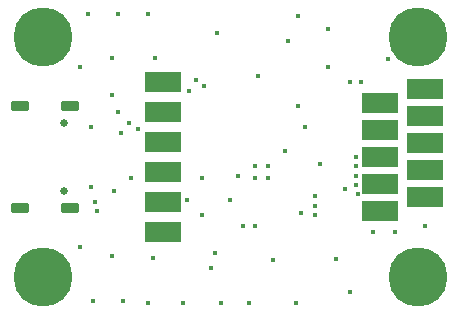
<source format=gbs>
G04*
G04  File:            QL_PICOVGA_V2.GBS, Sun Mar 30 12:24:59 2025*
G04  Format:          Gerber Format (RS-274-D), ASCII*
G04*
G04  Format Options:  Absolute Positioning*
G04                   Leading-Zero Suppression*
G04                   Scale Factor 1:1*
G04                   NO Circular Interpolation*
G04                   Inch Units*
G04                   Numeric Format: 4.4 (XXXX.XXXX)*
G04                   G54 NOT Used for Aperture Change*
G04                   Apertures Embedded*
G04*
G04  File Options:    Offset = (0.0mil,0.0mil)*
G04                   Drill Symbol Size = 80.0mil*
G04                   No Pad/Via Holes*
G04*
G04  File Contents:   Pads*
G04                   Vias*
G04                   No Designators*
G04                   No Types*
G04                   No Values*
G04                   No Drill Symbols*
G04                   Bot Mask*
G04*
%INQL_PICOVGA_V2.GBS*%
%ICAS*%
%MOIN*%
G04*
G04  Aperture MACROs for general use --- invoked via D-code assignment *
G04*
G04  General MACRO for flashed round with rotation and/or offset hole *
%AMROTOFFROUND*
1,1,$1,0.0000,0.0000*
1,0,$2,$3,$4*%
G04*
G04  General MACRO for flashed oval (obround) with rotation and/or offset hole *
%AMROTOFFOVAL*
21,1,$1,$2,0.0000,0.0000,$3*
1,1,$4,$5,$6*
1,1,$4,0-$5,0-$6*
1,0,$7,$8,$9*%
G04*
G04  General MACRO for flashed oval (obround) with rotation and no hole *
%AMROTOVALNOHOLE*
21,1,$1,$2,0.0000,0.0000,$3*
1,1,$4,$5,$6*
1,1,$4,0-$5,0-$6*%
G04*
G04  General MACRO for flashed rectangle with rotation and/or offset hole *
%AMROTOFFRECT*
21,1,$1,$2,0.0000,0.0000,$3*
1,0,$4,$5,$6*%
G04*
G04  General MACRO for flashed rectangle with rotation and no hole *
%AMROTRECTNOHOLE*
21,1,$1,$2,0.0000,0.0000,$3*%
G04*
G04  General MACRO for flashed rounded-rectangle *
%AMROUNDRECT*
21,1,$1,$2-$4,0.0000,0.0000,$3*
21,1,$1-$4,$2,0.0000,0.0000,$3*
1,1,$4,$5,$6*
1,1,$4,$7,$8*
1,1,$4,0-$5,0-$6*
1,1,$4,0-$7,0-$8*
1,0,$9,$10,$11*%
G04*
G04  General MACRO for flashed rounded-rectangle with rotation and no hole *
%AMROUNDRECTNOHOLE*
21,1,$1,$2-$4,0.0000,0.0000,$3*
21,1,$1-$4,$2,0.0000,0.0000,$3*
1,1,$4,$5,$6*
1,1,$4,$7,$8*
1,1,$4,0-$5,0-$6*
1,1,$4,0-$7,0-$8*%
G04*
G04  General MACRO for flashed regular polygon *
%AMREGPOLY*
5,1,$1,0.0000,0.0000,$2,$3+$4*
1,0,$5,$6,$7*%
G04*
G04  General MACRO for flashed regular polygon with no hole *
%AMREGPOLYNOHOLE*
5,1,$1,0.0000,0.0000,$2,$3+$4*%
G04*
G04  General MACRO for target *
%AMTARGET*
6,0,0,$1,$2,$3,4,$4,$5,$6*%
G04*
G04  General MACRO for mounting hole *
%AMMTHOLE*
1,1,$1,0,0*
1,0,$2,0,0*
$1=$1-$2*
$1=$1/2*
21,1,$2+$1,$3,0,0,$4*
21,1,$3,$2+$1,0,0,$4*%
G04*
G04*
G04  D10 : "Ellipse X4.0mil Y4.0mil H0.0mil 0.0deg (0.0mil,0.0mil) Draw"*
G04  Disc: OuterDia=0.0040*
%ADD10C, 0.0040*%
G04  D11 : "Ellipse X10.0mil Y10.0mil H0.0mil 0.0deg (0.0mil,0.0mil) Draw"*
G04  Disc: OuterDia=0.0100*
%ADD11C, 0.0100*%
G04  D12 : "Ellipse X11.0mil Y11.0mil H0.0mil 0.0deg (0.0mil,0.0mil) Draw"*
G04  Disc: OuterDia=0.0110*
%ADD12C, 0.0110*%
G04  D13 : "Ellipse X12.0mil Y12.0mil H0.0mil 0.0deg (0.0mil,0.0mil) Draw"*
G04  Disc: OuterDia=0.0120*
%ADD13C, 0.0120*%
G04  D14 : "Ellipse X14.0mil Y14.0mil H0.0mil 0.0deg (0.0mil,0.0mil) Draw"*
G04  Disc: OuterDia=0.0140*
%ADD14C, 0.0140*%
G04  D15 : "Ellipse X15.0mil Y15.0mil H0.0mil 0.0deg (0.0mil,0.0mil) Draw"*
G04  Disc: OuterDia=0.0150*
%ADD15C, 0.0150*%
G04  D16 : "Ellipse X16.0mil Y16.0mil H0.0mil 0.0deg (0.0mil,0.0mil) Draw"*
G04  Disc: OuterDia=0.0160*
%ADD16C, 0.0160*%
G04  D17 : "Ellipse X2.0mil Y2.0mil H0.0mil 0.0deg (0.0mil,0.0mil) Draw"*
G04  Disc: OuterDia=0.0020*
%ADD17C, 0.0020*%
G04  D18 : "Ellipse X2.0mil Y2.0mil H0.0mil 0.0deg (0.0mil,0.0mil) Draw"*
G04  Disc: OuterDia=0.0020*
%ADD18C, 0.0020*%
G04  D19 : "Ellipse X20.0mil Y20.0mil H0.0mil 0.0deg (0.0mil,0.0mil) Draw"*
G04  Disc: OuterDia=0.0200*
%ADD19C, 0.0200*%
G04  D20 : "Ellipse X32.0mil Y32.0mil H0.0mil 0.0deg (0.0mil,0.0mil) Draw"*
G04  Disc: OuterDia=0.0320*
%ADD20C, 0.0320*%
G04  D21 : "Ellipse X6.0mil Y6.0mil H0.0mil 0.0deg (0.0mil,0.0mil) Draw"*
G04  Disc: OuterDia=0.0060*
%ADD21C, 0.0060*%
G04  D22 : "Ellipse X8.0mil Y8.0mil H0.0mil 0.0deg (0.0mil,0.0mil) Draw"*
G04  Disc: OuterDia=0.0080*
%ADD22C, 0.0080*%
G04  D23 : "Ellipse X196.9mil Y196.9mil H0.0mil 0.0deg (0.0mil,0.0mil) Flash"*
G04  Disc: OuterDia=0.1969*
%ADD23C, 0.1969*%
G04  D24 : "Ellipse X25.6mil Y25.6mil H0.0mil 0.0deg (0.0mil,0.0mil) Flash"*
G04  Disc: OuterDia=0.0256*
%ADD24C, 0.0256*%
G04  D25 : "Ellipse X30.0mil Y30.0mil H0.0mil 0.0deg (0.0mil,0.0mil) Flash"*
G04  Disc: OuterDia=0.0300*
%ADD25C, 0.0300*%
G04  D26 : "Mounting Hole X196.9mil Y196.9mil H0.0mil 0.0deg (0.0mil,0.0mil) Flash"*
G04  Mounting Hole: Diameter=0.1969, Rotation=0.0, LineWidth=0.0050 *
%ADD26MTHOLE, 0.1969 X0.1769 X0.0050 X0.0*%
G04  D27 : "Mounting Hole X25.6mil Y25.6mil H0.0mil 0.0deg (0.0mil,0.0mil) Flash"*
G04  Mounting Hole: Diameter=0.0256, Rotation=0.0, LineWidth=0.0050 *
%ADD27MTHOLE, 0.0256 X0.0056 X0.0050 X0.0*%
G04  D28 : "Rounded Rectangle X59.1mil Y35.4mil H0.0mil 0.0deg (0.0mil,0.0mil) Flash"*
G04  RoundRct: DimX=0.0591, DimY=0.0354, CornerRad=0.0089, Rotation=0.0, OffsetX=0.0000, OffsetY=0.0000, HoleDia=0.0000 *
%ADD28ROUNDRECTNOHOLE, 0.0591 X0.0354 X0.0 X0.0177 X-0.0207 X-0.0089 X-0.0207 X0.0089*%
G04  D29 : "Rounded Rectangle X70.9mil Y39.4mil H0.0mil 0.0deg (0.0mil,0.0mil) Flash"*
G04  RoundRct: DimX=0.0709, DimY=0.0394, CornerRad=0.0098, Rotation=0.0, OffsetX=0.0000, OffsetY=0.0000, HoleDia=0.0000 *
%ADD29ROUNDRECTNOHOLE, 0.0709 X0.0394 X0.0 X0.0197 X-0.0256 X-0.0098 X-0.0256 X0.0098*%
G04  D30 : "Rounded Rectangle X82.7mil Y39.4mil H0.0mil 0.0deg (0.0mil,0.0mil) Flash"*
G04  RoundRct: DimX=0.0827, DimY=0.0394, CornerRad=0.0098, Rotation=0.0, OffsetX=0.0000, OffsetY=0.0000, HoleDia=0.0000 *
%ADD30ROUNDRECTNOHOLE, 0.0827 X0.0394 X0.0 X0.0197 X-0.0315 X-0.0098 X-0.0315 X0.0098*%
G04  D31 : "Rectangle X45.3mil Y11.8mil H0.0mil 0.0deg (0.0mil,0.0mil) Flash"*
G04  Rectangular: DimX=0.0453, DimY=0.0118, Rotation=0.0, OffsetX=0.0000, OffsetY=0.0000, HoleDia=0.0000 *
%ADD31R, 0.0453 X0.0118*%
G04  D32 : "Rectangle X120.0mil Y70.0mil H0.0mil 0.0deg (0.0mil,0.0mil) Flash"*
G04  Rectangular: DimX=0.1200, DimY=0.0700, Rotation=0.0, OffsetX=0.0000, OffsetY=0.0000, HoleDia=0.0000 *
%ADD32R, 0.1200 X0.0700*%
G04  D33 : "Rectangle X126.0mil Y126.0mil H0.0mil 0.0deg (0.0mil,0.0mil) Flash"*
G04  Square: Side=0.1260, Rotation=0.0, OffsetX=0.0000, OffsetY=0.0000, HoleDia=0.0000*
%ADD33R, 0.1260 X0.1260*%
G04  D34 : "Rectangle X129.9mil Y129.9mil H0.0mil 0.0deg (0.0mil,0.0mil) Flash"*
G04  Square: Side=0.1299, Rotation=0.0, OffsetX=0.0000, OffsetY=0.0000, HoleDia=0.0000*
%ADD34R, 0.1299 X0.1299*%
G04  D35 : "Rectangle X45.3mil Y23.6mil H0.0mil 0.0deg (0.0mil,0.0mil) Flash"*
G04  Rectangular: DimX=0.0453, DimY=0.0236, Rotation=0.0, OffsetX=0.0000, OffsetY=0.0000, HoleDia=0.0000 *
%ADD35R, 0.0453 X0.0236*%
G04  D36 : "Rectangle X32.0mil Y32.0mil H0.0mil 0.0deg (0.0mil,0.0mil) Flash"*
G04  Square: Side=0.0320, Rotation=0.0, OffsetX=0.0000, OffsetY=0.0000, HoleDia=0.0000*
%ADD36R, 0.0320 X0.0320*%
G04  D37 : "Rectangle X35.4mil Y11.8mil H0.0mil 0.0deg (0.0mil,0.0mil) Flash"*
G04  Rectangular: DimX=0.0354, DimY=0.0118, Rotation=0.0, OffsetX=0.0000, OffsetY=0.0000, HoleDia=0.0000 *
%ADD37R, 0.0354 X0.0118*%
G04  D38 : "Rectangle X35.4mil Y7.9mil H0.0mil 0.0deg (0.0mil,0.0mil) Flash"*
G04  Rectangular: DimX=0.0354, DimY=0.0079, Rotation=0.0, OffsetX=0.0000, OffsetY=0.0000, HoleDia=0.0000 *
%ADD38R, 0.0354 X0.0079*%
G04  D39 : "Rectangle X7.9mil Y35.4mil H0.0mil 0.0deg (0.0mil,0.0mil) Flash"*
G04  Rectangular: DimX=0.0079, DimY=0.0354, Rotation=0.0, OffsetX=0.0000, OffsetY=0.0000, HoleDia=0.0000 *
%ADD39R, 0.0079 X0.0354*%
G04  D40 : "Rectangle X22.0mil Y40.0mil H0.0mil 0.0deg (0.0mil,0.0mil) Flash"*
G04  Rectangular: DimX=0.0220, DimY=0.0400, Rotation=0.0, OffsetX=0.0000, OffsetY=0.0000, HoleDia=0.0000 *
%ADD40R, 0.0220 X0.0400*%
G04  D41 : "Rectangle X60.0mil Y40.0mil H0.0mil 0.0deg (0.0mil,0.0mil) Flash"*
G04  Rectangular: DimX=0.0600, DimY=0.0400, Rotation=0.0, OffsetX=0.0000, OffsetY=0.0000, HoleDia=0.0000 *
%ADD41R, 0.0600 X0.0400*%
G04  D42 : "Rectangle X40.0mil Y50.0mil H0.0mil 0.0deg (0.0mil,0.0mil) Flash"*
G04  Rectangular: DimX=0.0400, DimY=0.0500, Rotation=0.0, OffsetX=0.0000, OffsetY=0.0000, HoleDia=0.0000 *
%ADD42R, 0.0400 X0.0500*%
G04  D43 : "Rectangle X55.1mil Y35.4mil H0.0mil 0.0deg (0.0mil,0.0mil) Flash"*
G04  Rectangular: DimX=0.0551, DimY=0.0354, Rotation=0.0, OffsetX=0.0000, OffsetY=0.0000, HoleDia=0.0000 *
%ADD43R, 0.0551 X0.0354*%
G04  D44 : "Rectangle X9.8mil Y65.0mil H0.0mil 0.0deg (0.0mil,0.0mil) Flash"*
G04  Rectangular: DimX=0.0098, DimY=0.0650, Rotation=0.0, OffsetX=0.0000, OffsetY=0.0000, HoleDia=0.0000 *
%ADD44R, 0.0098 X0.0650*%
G04  D45 : "Ellipse X16.0mil Y16.0mil H0.0mil 0.0deg (0.0mil,0.0mil) Flash"*
G04  Disc: OuterDia=0.0160*
%ADD45C, 0.0160*%
G04*
%FSLAX44Y44*%
%SFA1B1*%
%OFA0.0000B0.0000*%
G04*
G70*
G90*
G01*
D2*
%LNBot Mask*%
D45*
X17562Y13687D3*
X16500Y14000D3*
X16937Y12187D3*
X17625Y15875D3*
X17062Y15187D3*
X16875Y16000D3*
X17000Y15500D3*
X17875Y17812D3*
X17562Y20312D3*
Y19062D3*
X16500Y20000D3*
X17750Y18500D3*
Y21750D3*
X16750D3*
X18937Y13625D3*
X20875Y13312D3*
X18750Y12125D3*
X19937D3*
X20562Y16312D3*
X18187D3*
X20062Y15562D3*
X19000Y20312D3*
X20625Y19375D3*
X20375Y19562D3*
X20125Y19187D3*
X18125Y18125D3*
X18750Y21750D3*
X21937Y14687D3*
X22312D3*
X22937Y13562D3*
X21187Y12125D3*
X22125D3*
X23687D3*
X21750Y16375D3*
X22312Y16312D3*
Y16687D3*
X22750D3*
Y16312D3*
X23312Y17187D3*
X23875Y15125D3*
X21500Y15562D3*
X23750Y18687D3*
X23437Y20875D3*
X22437Y19687D3*
X23750Y21687D3*
X25033Y13591D3*
X26250Y14500D3*
X25500Y12500D3*
X25687Y16375D3*
Y16687D3*
Y17000D3*
Y16062D3*
X25750Y15750D3*
X24500Y16750D3*
X25312Y15937D3*
X24312Y15375D3*
Y15687D3*
X25875Y19500D3*
X26750Y20250D3*
X24750Y20000D3*
X25500Y19500D3*
X24750Y21250D3*
X28000Y14687D3*
X16875Y18000D3*
X18437Y17937D3*
X20562Y15062D3*
X24312D3*
D32*
X19250Y15500D3*
Y14500D3*
Y18500D3*
Y17500D3*
Y19500D3*
Y16500D3*
D45*
X21000Y13812D3*
X17937Y12187D3*
X21062Y21125D3*
X27000Y14500D3*
D23*
X15250Y21000D3*
D45*
X24000Y18000D3*
D23*
X27750Y21000D3*
X15250Y13000D3*
X27750D3*
D32*
X26500Y15200D3*
Y16100D3*
Y17900D3*
Y18800D3*
Y17000D3*
X28000Y15650D3*
Y19250D3*
Y18350D3*
Y17450D3*
Y16550D3*
D24*
X15956Y18141D3*
Y15858D3*
D28*
X16153Y18692D3*
X14500D3*
X16153Y15307D3*
X14500D3*
D02M02*

</source>
